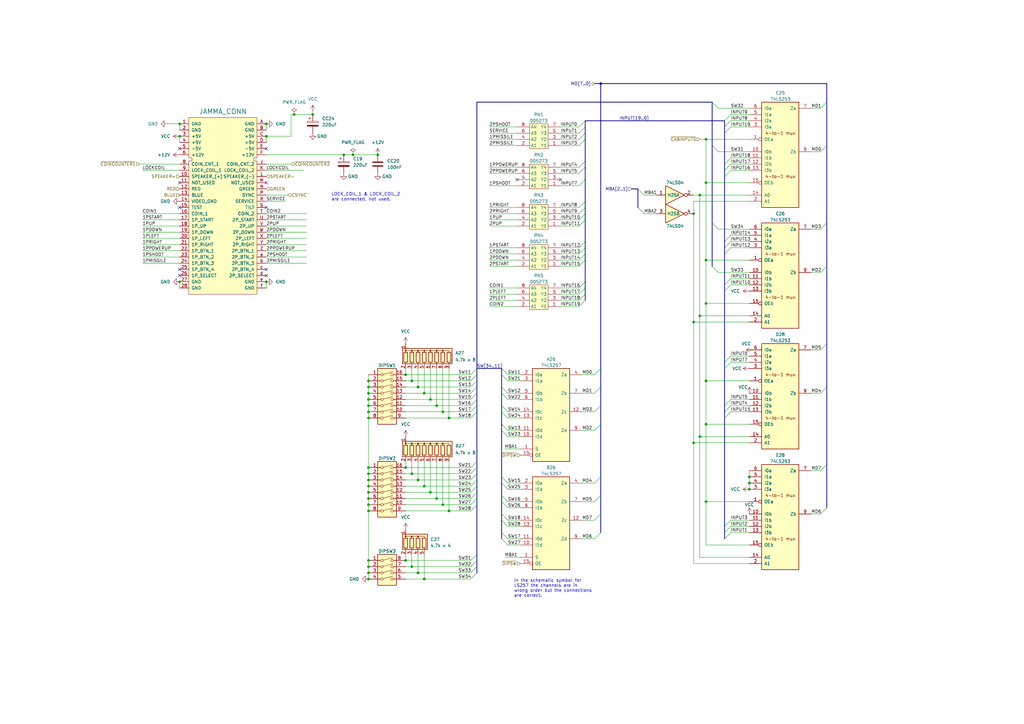
<source format=kicad_sch>
(kicad_sch (version 20230121) (generator eeschema)
  (paper "A3")
  (title_block (title "Gradius 3") (date "2024-04-11") (company "Konami GX945") (comment 1 "Ulf Skutnabba, twitter: @skutis77"))
  (junction (at 289.56 156.21))
  (junction (at 151.13 232.41))
  (junction (at 171.45 158.75))
  (junction (at 284.48 87.63))
  (junction (at 307.34 200.66))
  (junction (at 151.13 163.83))
  (junction (at 151.13 161.29))
  (junction (at 151.13 168.91))
  (junction (at 289.56 173.99))
  (junction (at 171.45 234.95))
  (junction (at 289.56 124.46))
  (junction (at 151.13 191.77))
  (junction (at 179.07 166.37))
  (junction (at 166.37 153.67))
  (junction (at 73.66 55.88))
  (junction (at 151.13 207.01))
  (junction (at 184.15 209.55))
  (junction (at 109.22 55.88))
  (junction (at 307.34 198.12))
  (junction (at 151.13 196.85))
  (junction (at 168.91 156.21))
  (junction (at 184.15 171.45))
  (junction (at 144.78 63.5))
  (junction (at 307.34 195.58))
  (junction (at 173.99 161.29))
  (junction (at 154.94 63.5))
  (junction (at 173.99 237.49))
  (junction (at 284.48 132.08))
  (junction (at 289.56 106.68))
  (junction (at 151.13 209.55))
  (junction (at 168.91 232.41))
  (junction (at 151.13 156.21))
  (junction (at 171.45 196.85))
  (junction (at 73.66 50.8))
  (junction (at 168.91 194.31))
  (junction (at 151.13 237.49))
  (junction (at 151.13 166.37))
  (junction (at 289.56 205.74))
  (junction (at 151.13 204.47))
  (junction (at 287.02 80.01))
  (junction (at 151.13 201.93))
  (junction (at 181.61 207.01))
  (junction (at 151.13 194.31))
  (junction (at 284.48 181.61))
  (junction (at 151.13 158.75))
  (junction (at 287.02 179.07))
  (junction (at 287.02 129.54))
  (junction (at 176.53 201.93))
  (junction (at 140.97 63.5))
  (junction (at 246.38 34.29))
  (junction (at 120.65 46.99))
  (junction (at 151.13 234.95))
  (junction (at 151.13 199.39))
  (junction (at 166.37 191.77))
  (junction (at 151.13 171.45))
  (junction (at 289.56 57.15))
  (junction (at 73.66 115.57))
  (junction (at 109.22 50.8))
  (junction (at 289.56 74.93))
  (junction (at 173.99 199.39))
  (junction (at 179.07 204.47))
  (junction (at 151.13 229.87))
  (junction (at 109.22 115.57))
  (junction (at 176.53 163.83))
  (junction (at 166.37 229.87))
  (junction (at 128.27 46.99))
  (junction (at 181.61 168.91))
  (no_connect (at 73.66 85.09))
  (no_connect (at 109.22 60.96))
  (no_connect (at 109.22 74.93))
  (no_connect (at 109.22 85.09))
  (no_connect (at 73.66 60.96))
  (no_connect (at 73.66 110.49))
  (no_connect (at 212.09 73.66))
  (no_connect (at 73.66 74.93))
  (no_connect (at 109.22 110.49))
  (no_connect (at 109.22 113.03))
  (no_connect (at 229.87 73.66))
  (no_connect (at 73.66 113.03))
  (bus_entry (at 237.49 57.15) (size 2.54 -2.54))
  (bus_entry (at 237.49 101.6) (size 2.54 -2.54))
  (bus_entry (at 205.74 168.91) (size 2.54 2.54))
  (bus_entry (at 237.49 92.71) (size 2.54 -2.54))
  (bus_entry (at 205.74 151.13) (size 2.54 2.54))
  (bus_entry (at 193.04 232.41) (size 2.54 -2.54))
  (bus_entry (at 297.18 215.9) (size 2.54 -2.54))
  (bus_entry (at 193.04 229.87) (size 2.54 -2.54))
  (bus_entry (at 297.18 72.39) (size 2.54 -2.54))
  (bus_entry (at 297.18 168.91) (size 2.54 -2.54))
  (bus_entry (at 193.04 161.29) (size 2.54 -2.54))
  (bus_entry (at 193.04 163.83) (size 2.54 -2.54))
  (bus_entry (at 336.55 210.82) (size 2.54 -2.54))
  (bus_entry (at 237.49 52.07) (size 2.54 -2.54))
  (bus_entry (at 193.04 201.93) (size 2.54 -2.54))
  (bus_entry (at 205.74 213.36) (size 2.54 2.54))
  (bus_entry (at 297.18 49.53) (size 2.54 -2.54))
  (bus_entry (at 292.1 109.22) (size 2.54 2.54))
  (bus_entry (at 297.18 151.13) (size 2.54 -2.54))
  (bus_entry (at 205.74 158.75) (size 2.54 2.54))
  (bus_entry (at 193.04 191.77) (size 2.54 -2.54))
  (bus_entry (at 205.74 198.12) (size 2.54 2.54))
  (bus_entry (at 205.74 203.2) (size 2.54 2.54))
  (bus_entry (at 237.49 125.73) (size 2.54 -2.54))
  (bus_entry (at 297.18 99.06) (size 2.54 -2.54))
  (bus_entry (at 292.1 41.91) (size 2.54 2.54))
  (bus_entry (at 205.74 205.74) (size 2.54 2.54))
  (bus_entry (at 297.18 166.37) (size 2.54 -2.54))
  (bus_entry (at 193.04 209.55) (size 2.54 -2.54))
  (bus_entry (at 297.18 171.45) (size 2.54 -2.54))
  (bus_entry (at 243.84 153.67) (size 2.54 -2.54))
  (bus_entry (at 243.84 220.98) (size 2.54 -2.54))
  (bus_entry (at 237.49 118.11) (size 2.54 -2.54))
  (bus_entry (at 243.84 176.53) (size 2.54 -2.54))
  (bus_entry (at 237.49 120.65) (size 2.54 -2.54))
  (bus_entry (at 237.49 90.17) (size 2.54 -2.54))
  (bus_entry (at 205.74 173.99) (size 2.54 2.54))
  (bus_entry (at 205.74 210.82) (size 2.54 2.54))
  (bus_entry (at 237.49 54.61) (size 2.54 -2.54))
  (bus_entry (at 297.18 104.14) (size 2.54 -2.54))
  (bus_entry (at 237.49 68.58) (size 2.54 -2.54))
  (bus_entry (at 237.49 59.69) (size 2.54 -2.54))
  (bus_entry (at 297.18 116.84) (size 2.54 -2.54))
  (bus_entry (at 205.74 153.67) (size 2.54 2.54))
  (bus_entry (at 193.04 171.45) (size 2.54 -2.54))
  (bus_entry (at 336.55 62.23) (size 2.54 -2.54))
  (bus_entry (at 193.04 153.67) (size 2.54 -2.54))
  (bus_entry (at 243.84 161.29) (size 2.54 -2.54))
  (bus_entry (at 193.04 158.75) (size 2.54 -2.54))
  (bus_entry (at 193.04 234.95) (size 2.54 -2.54))
  (bus_entry (at 193.04 204.47) (size 2.54 -2.54))
  (bus_entry (at 297.18 220.98) (size 2.54 -2.54))
  (bus_entry (at 336.55 44.45) (size 2.54 -2.54))
  (bus_entry (at 297.18 54.61) (size 2.54 -2.54))
  (bus_entry (at 237.49 106.68) (size 2.54 -2.54))
  (bus_entry (at 243.84 198.12) (size 2.54 -2.54))
  (bus_entry (at 297.18 69.85) (size 2.54 -2.54))
  (bus_entry (at 292.1 59.69) (size 2.54 2.54))
  (bus_entry (at 243.84 205.74) (size 2.54 -2.54))
  (bus_entry (at 237.49 71.12) (size 2.54 -2.54))
  (bus_entry (at 193.04 156.21) (size 2.54 -2.54))
  (bus_entry (at 336.55 193.04) (size 2.54 -2.54))
  (bus_entry (at 193.04 168.91) (size 2.54 -2.54))
  (bus_entry (at 237.49 123.19) (size 2.54 -2.54))
  (bus_entry (at 243.84 168.91) (size 2.54 -2.54))
  (bus_entry (at 297.18 148.59) (size 2.54 -2.54))
  (bus_entry (at 297.18 218.44) (size 2.54 -2.54))
  (bus_entry (at 336.55 143.51) (size 2.54 -2.54))
  (bus_entry (at 336.55 93.98) (size 2.54 -2.54))
  (bus_entry (at 297.18 119.38) (size 2.54 -2.54))
  (bus_entry (at 193.04 194.31) (size 2.54 -2.54))
  (bus_entry (at 261.62 85.09) (size 2.54 2.54))
  (bus_entry (at 237.49 104.14) (size 2.54 -2.54))
  (bus_entry (at 261.62 77.47) (size 2.54 2.54))
  (bus_entry (at 193.04 207.01) (size 2.54 -2.54))
  (bus_entry (at 297.18 67.31) (size 2.54 -2.54))
  (bus_entry (at 193.04 237.49) (size 2.54 -2.54))
  (bus_entry (at 292.1 91.44) (size 2.54 2.54))
  (bus_entry (at 243.84 213.36) (size 2.54 -2.54))
  (bus_entry (at 237.49 85.09) (size 2.54 -2.54))
  (bus_entry (at 205.74 161.29) (size 2.54 2.54))
  (bus_entry (at 205.74 220.98) (size 2.54 2.54))
  (bus_entry (at 205.74 195.58) (size 2.54 2.54))
  (bus_entry (at 336.55 161.29) (size 2.54 -2.54))
  (bus_entry (at 205.74 176.53) (size 2.54 2.54))
  (bus_entry (at 237.49 76.2) (size 2.54 -2.54))
  (bus_entry (at 205.74 166.37) (size 2.54 2.54))
  (bus_entry (at 237.49 87.63) (size 2.54 -2.54))
  (bus_entry (at 193.04 166.37) (size 2.54 -2.54))
  (bus_entry (at 237.49 109.22) (size 2.54 -2.54))
  (bus_entry (at 205.74 218.44) (size 2.54 2.54))
  (bus_entry (at 193.04 199.39) (size 2.54 -2.54))
  (bus_entry (at 193.04 196.85) (size 2.54 -2.54))
  (bus_entry (at 336.55 111.76) (size 2.54 -2.54))
  (bus_entry (at 297.18 101.6) (size 2.54 -2.54))
  (bus_entry (at 297.18 52.07) (size 2.54 -2.54))
  (wire (pts (xy 208.28 179.07) (xy 213.36 179.07)))
  (wire (pts (xy 166.37 189.23) (xy 166.37 191.77)))
  (wire (pts (xy 166.37 161.29) (xy 173.99 161.29)))
  (wire (pts (xy 208.28 198.12) (xy 213.36 198.12)))
  (wire (pts (xy 299.72 163.83) (xy 307.34 163.83)))
  (wire (pts (xy 299.72 114.3) (xy 307.34 114.3)))
  (wire (pts (xy 166.37 201.93) (xy 176.53 201.93)))
  (bus (pts (xy 339.09 59.69) (xy 339.09 91.44)))
  (bus (pts (xy 297.18 72.39) (xy 297.18 99.06)))
  (wire (pts (xy 229.87 125.73) (xy 237.49 125.73)))
  (wire (pts (xy 289.56 106.68) (xy 289.56 124.46)))
  (wire (pts (xy 208.28 215.9) (xy 213.36 215.9)))
  (wire (pts (xy 109.22 115.57) (xy 109.22 118.11)))
  (wire (pts (xy 289.56 156.21) (xy 307.34 156.21)))
  (wire (pts (xy 299.72 49.53) (xy 307.34 49.53)))
  (wire (pts (xy 200.66 123.19) (xy 212.09 123.19)))
  (wire (pts (xy 151.13 158.75) (xy 151.13 161.29)))
  (wire (pts (xy 299.72 213.36) (xy 307.34 213.36)))
  (bus (pts (xy 205.74 205.74) (xy 205.74 210.82)))
  (wire (pts (xy 289.56 106.68) (xy 307.34 106.68)))
  (wire (pts (xy 289.56 173.99) (xy 307.34 173.99)))
  (wire (pts (xy 173.99 237.49) (xy 193.04 237.49)))
  (wire (pts (xy 299.72 64.77) (xy 307.34 64.77)))
  (wire (pts (xy 73.66 50.8) (xy 73.66 53.34)))
  (wire (pts (xy 171.45 227.33) (xy 171.45 234.95)))
  (wire (pts (xy 332.74 161.29) (xy 336.55 161.29)))
  (wire (pts (xy 166.37 158.75) (xy 171.45 158.75)))
  (wire (pts (xy 58.42 92.71) (xy 73.66 92.71)))
  (wire (pts (xy 200.66 104.14) (xy 212.09 104.14)))
  (bus (pts (xy 297.18 171.45) (xy 297.18 215.9)))
  (wire (pts (xy 229.87 68.58) (xy 237.49 68.58)))
  (bus (pts (xy 240.03 73.66) (xy 240.03 82.55)))
  (bus (pts (xy 205.74 161.29) (xy 205.74 166.37)))
  (wire (pts (xy 332.74 210.82) (xy 336.55 210.82)))
  (wire (pts (xy 151.13 209.55) (xy 151.13 207.01)))
  (bus (pts (xy 240.03 57.15) (xy 240.03 66.04)))
  (wire (pts (xy 166.37 237.49) (xy 173.99 237.49)))
  (bus (pts (xy 246.38 195.58) (xy 246.38 173.99)))
  (wire (pts (xy 166.37 234.95) (xy 171.45 234.95)))
  (bus (pts (xy 195.58 229.87) (xy 195.58 227.33)))
  (wire (pts (xy 109.22 107.95) (xy 125.73 107.95)))
  (wire (pts (xy 173.99 199.39) (xy 193.04 199.39)))
  (wire (pts (xy 200.66 106.68) (xy 212.09 106.68)))
  (wire (pts (xy 109.22 63.5) (xy 140.97 63.5)))
  (wire (pts (xy 284.48 181.61) (xy 307.34 181.61)))
  (wire (pts (xy 299.72 116.84) (xy 307.34 116.84)))
  (wire (pts (xy 238.76 213.36) (xy 243.84 213.36)))
  (bus (pts (xy 297.18 151.13) (xy 297.18 166.37)))
  (wire (pts (xy 264.16 80.01) (xy 269.24 80.01)))
  (bus (pts (xy 246.38 218.44) (xy 246.38 210.82)))
  (wire (pts (xy 151.13 194.31) (xy 151.13 196.85)))
  (wire (pts (xy 299.72 52.07) (xy 307.34 52.07)))
  (wire (pts (xy 200.66 87.63) (xy 212.09 87.63)))
  (wire (pts (xy 166.37 196.85) (xy 171.45 196.85)))
  (wire (pts (xy 166.37 199.39) (xy 173.99 199.39)))
  (bus (pts (xy 246.38 203.2) (xy 246.38 195.58)))
  (wire (pts (xy 140.97 63.5) (xy 144.78 63.5)))
  (bus (pts (xy 205.74 176.53) (xy 205.74 195.58)))
  (wire (pts (xy 168.91 194.31) (xy 193.04 194.31)))
  (bus (pts (xy 205.74 153.67) (xy 205.74 158.75)))
  (bus (pts (xy 246.38 173.99) (xy 246.38 166.37)))
  (bus (pts (xy 195.58 41.91) (xy 195.58 151.13)))
  (wire (pts (xy 171.45 189.23) (xy 171.45 196.85)))
  (bus (pts (xy 246.38 158.75) (xy 246.38 151.13)))
  (wire (pts (xy 200.66 57.15) (xy 212.09 57.15)))
  (wire (pts (xy 166.37 229.87) (xy 193.04 229.87)))
  (wire (pts (xy 181.61 151.13) (xy 181.61 168.91)))
  (bus (pts (xy 240.03 99.06) (xy 240.03 101.6)))
  (wire (pts (xy 151.13 153.67) (xy 151.13 156.21)))
  (wire (pts (xy 229.87 71.12) (xy 237.49 71.12)))
  (wire (pts (xy 173.99 161.29) (xy 193.04 161.29)))
  (wire (pts (xy 332.74 111.76) (xy 336.55 111.76)))
  (wire (pts (xy 166.37 209.55) (xy 184.15 209.55)))
  (bus (pts (xy 240.03 104.14) (xy 240.03 106.68)))
  (wire (pts (xy 229.87 101.6) (xy 237.49 101.6)))
  (bus (pts (xy 205.74 203.2) (xy 205.74 205.74)))
  (wire (pts (xy 208.28 208.28) (xy 213.36 208.28)))
  (wire (pts (xy 299.72 69.85) (xy 307.34 69.85)))
  (wire (pts (xy 166.37 207.01) (xy 181.61 207.01)))
  (wire (pts (xy 109.22 50.8) (xy 109.22 53.34)))
  (wire (pts (xy 58.42 87.63) (xy 73.66 87.63)))
  (bus (pts (xy 297.18 52.07) (xy 297.18 54.61)))
  (wire (pts (xy 166.37 163.83) (xy 176.53 163.83)))
  (wire (pts (xy 284.48 132.08) (xy 284.48 181.61)))
  (bus (pts (xy 240.03 66.04) (xy 240.03 68.58)))
  (wire (pts (xy 151.13 209.55) (xy 151.13 229.87)))
  (wire (pts (xy 208.28 200.66) (xy 213.36 200.66)))
  (wire (pts (xy 229.87 92.71) (xy 237.49 92.71)))
  (wire (pts (xy 287.02 179.07) (xy 307.34 179.07)))
  (wire (pts (xy 200.66 90.17) (xy 212.09 90.17)))
  (bus (pts (xy 246.38 34.29) (xy 339.09 34.29)))
  (wire (pts (xy 332.74 193.04) (xy 336.55 193.04)))
  (bus (pts (xy 195.58 207.01) (xy 195.58 204.47)))
  (bus (pts (xy 297.18 54.61) (xy 297.18 67.31)))
  (wire (pts (xy 289.56 156.21) (xy 289.56 173.99)))
  (wire (pts (xy 307.34 195.58) (xy 307.34 198.12)))
  (bus (pts (xy 240.03 106.68) (xy 240.03 115.57)))
  (wire (pts (xy 173.99 189.23) (xy 173.99 199.39)))
  (wire (pts (xy 181.61 207.01) (xy 193.04 207.01)))
  (bus (pts (xy 297.18 168.91) (xy 297.18 171.45)))
  (wire (pts (xy 229.87 87.63) (xy 237.49 87.63)))
  (bus (pts (xy 297.18 101.6) (xy 297.18 104.14)))
  (wire (pts (xy 287.02 129.54) (xy 307.34 129.54)))
  (wire (pts (xy 179.07 166.37) (xy 193.04 166.37)))
  (wire (pts (xy 299.72 215.9) (xy 307.34 215.9)))
  (bus (pts (xy 339.09 91.44) (xy 339.09 109.22)))
  (bus (pts (xy 297.18 119.38) (xy 297.18 148.59)))
  (wire (pts (xy 299.72 99.06) (xy 307.34 99.06)))
  (wire (pts (xy 208.28 220.98) (xy 213.36 220.98)))
  (bus (pts (xy 195.58 166.37) (xy 195.58 163.83)))
  (wire (pts (xy 181.61 168.91) (xy 193.04 168.91)))
  (wire (pts (xy 207.01 228.6) (xy 213.36 228.6)))
  (wire (pts (xy 109.22 82.55) (xy 116.84 82.55)))
  (bus (pts (xy 205.74 166.37) (xy 205.74 168.91)))
  (wire (pts (xy 168.91 151.13) (xy 168.91 156.21)))
  (wire (pts (xy 176.53 189.23) (xy 176.53 201.93)))
  (bus (pts (xy 292.1 41.91) (xy 195.58 41.91)))
  (wire (pts (xy 166.37 153.67) (xy 193.04 153.67)))
  (wire (pts (xy 200.66 52.07) (xy 212.09 52.07)))
  (wire (pts (xy 151.13 166.37) (xy 151.13 168.91)))
  (bus (pts (xy 240.03 115.57) (xy 240.03 118.11)))
  (bus (pts (xy 205.74 173.99) (xy 205.74 176.53)))
  (wire (pts (xy 109.22 102.87) (xy 125.73 102.87)))
  (bus (pts (xy 205.74 151.13) (xy 205.74 153.67)))
  (wire (pts (xy 332.74 62.23) (xy 336.55 62.23)))
  (wire (pts (xy 168.91 232.41) (xy 193.04 232.41)))
  (bus (pts (xy 240.03 85.09) (xy 240.03 87.63)))
  (wire (pts (xy 287.02 80.01) (xy 287.02 129.54)))
  (wire (pts (xy 299.72 146.05) (xy 307.34 146.05)))
  (wire (pts (xy 207.01 184.15) (xy 213.36 184.15)))
  (wire (pts (xy 166.37 168.91) (xy 181.61 168.91)))
  (wire (pts (xy 109.22 95.25) (xy 125.73 95.25)))
  (wire (pts (xy 58.42 107.95) (xy 73.66 107.95)))
  (wire (pts (xy 289.56 74.93) (xy 289.56 57.15)))
  (wire (pts (xy 284.48 132.08) (xy 307.34 132.08)))
  (bus (pts (xy 240.03 120.65) (xy 240.03 123.19)))
  (wire (pts (xy 173.99 227.33) (xy 173.99 237.49)))
  (wire (pts (xy 229.87 57.15) (xy 237.49 57.15)))
  (wire (pts (xy 109.22 97.79) (xy 125.73 97.79)))
  (wire (pts (xy 208.28 156.21) (xy 213.36 156.21)))
  (wire (pts (xy 307.34 228.6) (xy 287.02 228.6)))
  (wire (pts (xy 168.91 227.33) (xy 168.91 232.41)))
  (bus (pts (xy 205.74 213.36) (xy 205.74 218.44)))
  (bus (pts (xy 240.03 52.07) (xy 240.03 54.61)))
  (wire (pts (xy 166.37 232.41) (xy 168.91 232.41)))
  (wire (pts (xy 171.45 151.13) (xy 171.45 158.75)))
  (bus (pts (xy 195.58 161.29) (xy 195.58 158.75)))
  (wire (pts (xy 151.13 161.29) (xy 151.13 163.83)))
  (bus (pts (xy 240.03 118.11) (xy 240.03 120.65)))
  (wire (pts (xy 166.37 229.87) (xy 166.37 227.33)))
  (wire (pts (xy 238.76 198.12) (xy 243.84 198.12)))
  (bus (pts (xy 297.18 67.31) (xy 297.18 69.85)))
  (wire (pts (xy 308.61 143.51) (xy 307.34 143.51)))
  (bus (pts (xy 195.58 232.41) (xy 195.58 229.87)))
  (bus (pts (xy 259.08 77.47) (xy 261.62 77.47)))
  (wire (pts (xy 229.87 123.19) (xy 237.49 123.19)))
  (wire (pts (xy 200.66 101.6) (xy 212.09 101.6)))
  (wire (pts (xy 119.38 55.88) (xy 109.22 55.88)))
  (wire (pts (xy 229.87 118.11) (xy 237.49 118.11)))
  (bus (pts (xy 240.03 90.17) (xy 240.03 99.06)))
  (wire (pts (xy 166.37 171.45) (xy 184.15 171.45)))
  (wire (pts (xy 166.37 156.21) (xy 168.91 156.21)))
  (bus (pts (xy 195.58 234.95) (xy 195.58 232.41)))
  (bus (pts (xy 240.03 54.61) (xy 240.03 57.15)))
  (wire (pts (xy 109.22 87.63) (xy 125.73 87.63)))
  (bus (pts (xy 240.03 49.53) (xy 297.18 49.53)))
  (wire (pts (xy 166.37 166.37) (xy 179.07 166.37)))
  (bus (pts (xy 297.18 69.85) (xy 297.18 72.39)))
  (bus (pts (xy 195.58 227.33) (xy 195.58 207.01)))
  (bus (pts (xy 297.18 104.14) (xy 297.18 116.84)))
  (wire (pts (xy 289.56 124.46) (xy 307.34 124.46)))
  (wire (pts (xy 179.07 189.23) (xy 179.07 204.47)))
  (wire (pts (xy 166.37 151.13) (xy 166.37 153.67)))
  (wire (pts (xy 151.13 171.45) (xy 151.13 191.77)))
  (bus (pts (xy 240.03 68.58) (xy 240.03 73.66)))
  (wire (pts (xy 208.28 168.91) (xy 213.36 168.91)))
  (wire (pts (xy 151.13 204.47) (xy 151.13 201.93)))
  (wire (pts (xy 176.53 201.93) (xy 193.04 201.93)))
  (wire (pts (xy 299.72 46.99) (xy 307.34 46.99)))
  (wire (pts (xy 200.66 54.61) (xy 212.09 54.61)))
  (wire (pts (xy 181.61 189.23) (xy 181.61 207.01)))
  (bus (pts (xy 195.58 201.93) (xy 195.58 199.39)))
  (bus (pts (xy 195.58 196.85) (xy 195.58 194.31)))
  (wire (pts (xy 238.76 168.91) (xy 243.84 168.91)))
  (bus (pts (xy 205.74 158.75) (xy 205.74 161.29)))
  (bus (pts (xy 297.18 215.9) (xy 297.18 218.44)))
  (wire (pts (xy 307.34 82.55) (xy 284.48 82.55)))
  (wire (pts (xy 151.13 163.83) (xy 151.13 166.37)))
  (wire (pts (xy 109.22 67.31) (xy 119.38 67.31)))
  (bus (pts (xy 297.18 99.06) (xy 297.18 101.6)))
  (wire (pts (xy 200.66 118.11) (xy 212.09 118.11)))
  (bus (pts (xy 195.58 151.13) (xy 195.58 153.67)))
  (wire (pts (xy 184.15 171.45) (xy 193.04 171.45)))
  (wire (pts (xy 176.53 163.83) (xy 193.04 163.83)))
  (wire (pts (xy 109.22 92.71) (xy 125.73 92.71)))
  (wire (pts (xy 151.13 191.77) (xy 151.13 194.31)))
  (wire (pts (xy 58.42 95.25) (xy 73.66 95.25)))
  (wire (pts (xy 166.37 194.31) (xy 168.91 194.31)))
  (wire (pts (xy 289.56 173.99) (xy 289.56 205.74)))
  (wire (pts (xy 229.87 52.07) (xy 237.49 52.07)))
  (bus (pts (xy 292.1 91.44) (xy 292.1 109.22)))
  (wire (pts (xy 284.48 80.01) (xy 287.02 80.01)))
  (bus (pts (xy 339.09 140.97) (xy 339.09 158.75)))
  (wire (pts (xy 299.72 168.91) (xy 307.34 168.91)))
  (bus (pts (xy 195.58 156.21) (xy 195.58 153.67)))
  (wire (pts (xy 284.48 82.55) (xy 284.48 87.63)))
  (wire (pts (xy 208.28 153.67) (xy 213.36 153.67)))
  (wire (pts (xy 171.45 196.85) (xy 193.04 196.85)))
  (wire (pts (xy 171.45 234.95) (xy 193.04 234.95)))
  (wire (pts (xy 289.56 124.46) (xy 289.56 156.21)))
  (bus (pts (xy 339.09 41.91) (xy 339.09 34.29)))
  (wire (pts (xy 229.87 59.69) (xy 237.49 59.69)))
  (bus (pts (xy 292.1 59.69) (xy 292.1 91.44)))
  (bus (pts (xy 195.58 199.39) (xy 195.58 196.85)))
  (wire (pts (xy 151.13 237.49) (xy 151.13 234.95)))
  (wire (pts (xy 307.34 223.52) (xy 289.56 223.52)))
  (bus (pts (xy 339.09 109.22) (xy 339.09 140.97)))
  (wire (pts (xy 58.42 105.41) (xy 73.66 105.41)))
  (bus (pts (xy 297.18 116.84) (xy 297.18 119.38)))
  (bus (pts (xy 205.74 195.58) (xy 205.74 198.12)))
  (wire (pts (xy 200.66 125.73) (xy 212.09 125.73)))
  (wire (pts (xy 238.76 161.29) (xy 243.84 161.29)))
  (wire (pts (xy 200.66 59.69) (xy 212.09 59.69)))
  (wire (pts (xy 168.91 189.23) (xy 168.91 194.31)))
  (bus (pts (xy 195.58 158.75) (xy 195.58 156.21)))
  (wire (pts (xy 151.13 234.95) (xy 151.13 232.41)))
  (wire (pts (xy 179.07 204.47) (xy 193.04 204.47)))
  (wire (pts (xy 264.16 87.63) (xy 269.24 87.63)))
  (wire (pts (xy 238.76 205.74) (xy 243.84 205.74)))
  (wire (pts (xy 109.22 100.33) (xy 125.73 100.33)))
  (wire (pts (xy 166.37 204.47) (xy 179.07 204.47)))
  (wire (pts (xy 119.38 46.99) (xy 119.38 55.88)))
  (bus (pts (xy 297.18 166.37) (xy 297.18 168.91)))
  (wire (pts (xy 171.45 158.75) (xy 193.04 158.75)))
  (bus (pts (xy 297.18 148.59) (xy 297.18 151.13)))
  (wire (pts (xy 73.66 55.88) (xy 73.66 58.42)))
  (wire (pts (xy 144.78 63.5) (xy 154.94 63.5)))
  (bus (pts (xy 339.09 41.91) (xy 339.09 59.69)))
  (wire (pts (xy 208.28 171.45) (xy 213.36 171.45)))
  (wire (pts (xy 284.48 87.63) (xy 284.48 132.08)))
  (wire (pts (xy 332.74 44.45) (xy 336.55 44.45)))
  (wire (pts (xy 151.13 196.85) (xy 151.13 199.39)))
  (wire (pts (xy 289.56 74.93) (xy 289.56 106.68)))
  (bus (pts (xy 195.58 151.13) (xy 205.74 151.13)))
  (wire (pts (xy 208.28 205.74) (xy 213.36 205.74)))
  (wire (pts (xy 299.72 148.59) (xy 307.34 148.59)))
  (wire (pts (xy 299.72 218.44) (xy 307.34 218.44)))
  (wire (pts (xy 238.76 220.98) (xy 243.84 220.98)))
  (wire (pts (xy 58.42 69.85) (xy 73.66 69.85)))
  (wire (pts (xy 294.64 111.76) (xy 307.34 111.76)))
  (wire (pts (xy 299.72 67.31) (xy 307.34 67.31)))
  (wire (pts (xy 289.56 57.15) (xy 307.34 57.15)))
  (bus (pts (xy 240.03 87.63) (xy 240.03 90.17)))
  (bus (pts (xy 195.58 191.77) (xy 195.58 189.23)))
  (wire (pts (xy 200.66 120.65) (xy 212.09 120.65)))
  (wire (pts (xy 289.56 205.74) (xy 289.56 223.52)))
  (wire (pts (xy 200.66 76.2) (xy 212.09 76.2)))
  (wire (pts (xy 294.64 62.23) (xy 307.34 62.23)))
  (bus (pts (xy 339.09 190.5) (xy 339.09 208.28)))
  (wire (pts (xy 287.02 129.54) (xy 287.02 179.07)))
  (wire (pts (xy 128.27 46.99) (xy 120.65 46.99)))
  (wire (pts (xy 299.72 166.37) (xy 307.34 166.37)))
  (wire (pts (xy 208.28 163.83) (xy 213.36 163.83)))
  (bus (pts (xy 195.58 194.31) (xy 195.58 191.77)))
  (wire (pts (xy 109.22 80.01) (xy 118.11 80.01)))
  (wire (pts (xy 332.74 143.51) (xy 336.55 143.51)))
  (bus (pts (xy 205.74 168.91) (xy 205.74 173.99)))
  (bus (pts (xy 240.03 82.55) (xy 240.03 85.09)))
  (bus (pts (xy 246.38 166.37) (xy 246.38 158.75)))
  (bus (pts (xy 292.1 41.91) (xy 292.1 59.69)))
  (wire (pts (xy 128.27 45.72) (xy 128.27 46.99)))
  (wire (pts (xy 299.72 101.6) (xy 307.34 101.6)))
  (wire (pts (xy 166.37 191.77) (xy 193.04 191.77)))
  (wire (pts (xy 151.13 199.39) (xy 151.13 201.93)))
  (bus (pts (xy 205.74 210.82) (xy 205.74 213.36)))
  (wire (pts (xy 287.02 179.07) (xy 287.02 228.6)))
  (wire (pts (xy 307.34 198.12) (xy 307.34 200.66)))
  (wire (pts (xy 200.66 109.22) (xy 212.09 109.22)))
  (wire (pts (xy 68.58 50.8) (xy 73.66 50.8)))
  (bus (pts (xy 195.58 163.83) (xy 195.58 161.29)))
  (wire (pts (xy 294.64 44.45) (xy 307.34 44.45)))
  (bus (pts (xy 195.58 189.23) (xy 195.58 168.91)))
  (wire (pts (xy 208.28 176.53) (xy 213.36 176.53)))
  (wire (pts (xy 294.64 93.98) (xy 307.34 93.98)))
  (wire (pts (xy 284.48 231.14) (xy 307.34 231.14)))
  (wire (pts (xy 168.91 156.21) (xy 193.04 156.21)))
  (wire (pts (xy 184.15 189.23) (xy 184.15 209.55)))
  (wire (pts (xy 229.87 120.65) (xy 237.49 120.65)))
  (bus (pts (xy 240.03 49.53) (xy 240.03 52.07)))
  (wire (pts (xy 208.28 223.52) (xy 213.36 223.52)))
  (wire (pts (xy 332.74 93.98) (xy 336.55 93.98)))
  (wire (pts (xy 229.87 104.14) (xy 237.49 104.14)))
  (wire (pts (xy 229.87 76.2) (xy 237.49 76.2)))
  (wire (pts (xy 287.02 80.01) (xy 307.34 80.01)))
  (wire (pts (xy 184.15 209.55) (xy 193.04 209.55)))
  (wire (pts (xy 208.28 213.36) (xy 213.36 213.36)))
  (wire (pts (xy 109.22 69.85) (xy 124.46 69.85)))
  (wire (pts (xy 238.76 153.67) (xy 243.84 153.67)))
  (bus (pts (xy 195.58 168.91) (xy 195.58 166.37)))
  (wire (pts (xy 151.13 232.41) (xy 151.13 229.87)))
  (bus (pts (xy 246.38 34.29) (xy 246.38 151.13)))
  (bus (pts (xy 246.38 210.82) (xy 246.38 203.2)))
  (wire (pts (xy 58.42 100.33) (xy 73.66 100.33)))
  (wire (pts (xy 151.13 204.47) (xy 151.13 207.01)))
  (wire (pts (xy 238.76 176.53) (xy 243.84 176.53)))
  (wire (pts (xy 176.53 151.13) (xy 176.53 163.83)))
  (wire (pts (xy 58.42 97.79) (xy 73.66 97.79)))
  (wire (pts (xy 287.02 57.15) (xy 289.56 57.15)))
  (wire (pts (xy 289.56 74.93) (xy 307.34 74.93)))
  (wire (pts (xy 57.15 67.31) (xy 73.66 67.31)))
  (bus (pts (xy 297.18 218.44) (xy 297.18 220.98)))
  (bus (pts (xy 195.58 204.47) (xy 195.58 201.93)))
  (wire (pts (xy 284.48 181.61) (xy 284.48 231.14)))
  (bus (pts (xy 205.74 218.44) (xy 205.74 220.98)))
  (wire (pts (xy 307.34 193.04) (xy 307.34 195.58)))
  (wire (pts (xy 229.87 85.09) (xy 237.49 85.09)))
  (bus (pts (xy 243.84 34.29) (xy 246.38 34.29)))
  (wire (pts (xy 120.65 46.99) (xy 119.38 46.99)))
  (wire (pts (xy 109.22 90.17) (xy 125.73 90.17)))
  (wire (pts (xy 229.87 109.22) (xy 237.49 109.22)))
  (wire (pts (xy 179.07 151.13) (xy 179.07 166.37)))
  (bus (pts (xy 205.74 198.12) (xy 205.74 203.2)))
  (wire (pts (xy 73.66 115.57) (xy 73.66 118.11)))
  (wire (pts (xy 109.22 105.41) (xy 125.73 105.41)))
  (wire (pts (xy 58.42 90.17) (xy 73.66 90.17)))
  (bus (pts (xy 297.18 49.53) (xy 297.18 52.07)))
  (wire (pts (xy 151.13 156.21) (xy 151.13 158.75)))
  (wire (pts (xy 229.87 106.68) (xy 237.49 106.68)))
  (wire (pts (xy 200.66 92.71) (xy 212.09 92.71)))
  (wire (pts (xy 208.28 161.29) (xy 213.36 161.29)))
  (wire (pts (xy 229.87 54.61) (xy 237.49 54.61)))
  (wire (pts (xy 200.66 85.09) (xy 212.09 85.09)))
  (wire (pts (xy 109.22 55.88) (xy 109.22 58.42)))
  (wire (pts (xy 289.56 205.74) (xy 307.34 205.74)))
  (wire (pts (xy 173.99 151.13) (xy 173.99 161.29)))
  (wire (pts (xy 229.87 90.17) (xy 237.49 90.17)))
  (wire (pts (xy 58.42 102.87) (xy 73.66 102.87)))
  (wire (pts (xy 200.66 68.58) (xy 212.09 68.58)))
  (bus (pts (xy 339.09 158.75) (xy 339.09 190.5)))
  (wire (pts (xy 299.72 96.52) (xy 307.34 96.52)))
  (wire (pts (xy 151.13 168.91) (xy 151.13 171.45)))
  (bus (pts (xy 240.03 101.6) (xy 240.03 104.14)))
  (wire (pts (xy 200.66 71.12) (xy 212.09 71.12)))
  (bus (pts (xy 261.62 85.09) (xy 261.62 77.47)))
  (wire (pts (xy 184.15 151.13) (xy 184.15 171.45)))
  (text "In the schematic symbol for\nLS257 the channels are in\nwrong order but the connections\nare correct." (at 210.82 245.11 0) (effects (font (size 1.27 1.27)) (justify left bottom)))
  (text "LOCK_COIL_1 & LOCK_COIL_2\nare connected, not used." (at 135.89 82.55 0) (effects (font (size 1.27 1.27)) (justify left bottom)))
  (label "2PMISSILE" (at 109.22 107.95 0))
  (label "SW15" (at 208.28 198.12 0))
  (label "SW27" (at 187.96 207.01 0))
  (label "INPUT3" (at 229.87 59.69 0))
  (label "2PRIGHT" (at 109.22 100.33 0))
  (label "MD3" (at 238.76 168.91 0))
  (label "SW31" (at 187.96 229.87 0))
  (label "INPUT19" (at 299.72 52.07 0))
  (label "1PSHOOT" (at 200.66 76.2 0))
  (label "1PSTART" (at 58.42 90.17 0))
  (label "2PUP" (at 109.22 92.71 0))
  (label "MD7" (at 238.76 213.36 0))
  (label "MD2" (at 332.74 111.76 0))
  (label "INPUT13" (at 229.87 104.14 0))
  (label "INPUT8" (at 299.72 49.53 0))
  (label "INPUT1" (at 229.87 54.61 0))
  (label "LOCKCOIL" (at 58.42 69.85 0))
  (label "SW23" (at 187.96 196.85 0))
  (label "SW21" (at 208.28 156.21 0))
  (label "INPUT5" (at 229.87 71.12 0))
  (label "1PLEFT" (at 58.42 97.79 0))
  (label "INPUT9" (at 299.72 46.99 0))
  (label "SW16" (at 187.96 166.37 0))
  (label "1PPOWERUP" (at 200.66 68.58 0))
  (label "MD5" (at 238.76 205.74 0))
  (label "SW15" (at 187.96 163.83 0))
  (label "2PPOWERUP" (at 200.66 71.12 0))
  (label "INPUT11" (at 229.87 92.71 0))
  (label "1PUP" (at 58.42 92.71 0))
  (label "MBA1" (at 264.16 80.01 0))
  (label "SW14" (at 187.96 161.29 0))
  (label "SW27" (at 208.28 223.52 0))
  (label "LOCKCOIL" (at 109.22 69.85 0))
  (label "SW22" (at 187.96 194.31 0))
  (label "INPUT17" (at 229.87 120.65 0))
  (label "SW32" (at 299.72 44.45 0))
  (label "MD1" (at 332.74 44.45 0))
  (label "1PLEFT" (at 200.66 120.65 0))
  (label "INPUT3" (at 299.72 213.36 0))
  (label "2PUP" (at 200.66 92.71 0))
  (label "INPUT0" (at 299.72 146.05 0))
  (label "2PDOWN" (at 200.66 106.68 0))
  (label "SW23" (at 208.28 179.07 0))
  (label "INPUT4" (at 299.72 166.37 0))
  (label "SW17" (at 187.96 168.91 0))
  (label "SW17" (at 208.28 220.98 0))
  (label "SW24" (at 187.96 199.39 0))
  (label "SW11" (at 187.96 153.67 0))
  (label "INPUT4" (at 229.87 68.58 0))
  (label "1PSHOOT" (at 58.42 105.41 0))
  (label "COIN1" (at 58.42 87.63 0))
  (label "INPUT16" (at 229.87 118.11 0))
  (label "INPUT19" (at 229.87 125.73 0))
  (label "1PPOWERUP" (at 58.42 102.87 0))
  (label "1PMISSILE" (at 58.42 107.95 0))
  (label "SW25" (at 208.28 200.66 0))
  (label "INPUT16" (at 299.72 69.85 0))
  (label "INPUT8" (at 229.87 85.09 0))
  (label "2PSTART" (at 109.22 90.17 0))
  (label "MBA2" (at 264.16 87.63 0))
  (label "MD5" (at 332.74 143.51 0))
  (label "MD3" (at 332.74 93.98 0))
  (label "INPUT1" (at 299.72 218.44 0))
  (label "INPUT2" (at 229.87 57.15 0))
  (label "INPUT14" (at 229.87 106.68 0))
  (label "COIN2" (at 109.22 87.63 0))
  (label "INPUT7" (at 299.72 148.59 0))
  (label "SW33" (at 299.72 111.76 0))
  (label "SW28" (at 187.96 209.55 0))
  (label "MD4" (at 332.74 161.29 0))
  (label "INPUT[19..0]" (at 254 49.53 0))
  (label "INPUT2" (at 299.72 215.9 0))
  (label "MBA1" (at 207.01 184.15 0))
  (label "INPUT9" (at 229.87 87.63 0))
  (label "SW32" (at 187.96 232.41 0))
  (label "INPUT18" (at 229.87 123.19 0))
  (label "INPUT18" (at 299.72 64.77 0))
  (label "INPUT13" (at 299.72 99.06 0))
  (label "SW33" (at 187.96 234.95 0))
  (label "MD0" (at 238.76 153.67 0))
  (label "INPUT0" (at 229.87 52.07 0))
  (label "2PPOWERUP" (at 109.22 102.87 0))
  (label "2PSHOOT" (at 109.22 105.41 0))
  (label "1PRIGHT" (at 200.66 85.09 0))
  (label "INPUT14" (at 299.72 96.52 0))
  (label "SERVICE" (at 109.22 82.55 0))
  (label "MD1" (at 238.76 161.29 0))
  (label "SW31" (at 299.72 62.23 0))
  (label "INPUT15" (at 229.87 109.22 0))
  (label "2PSTART" (at 200.66 109.22 0))
  (label "SERVICE" (at 200.66 54.61 0))
  (label "SW[34..11]" (at 195.58 151.13 0))
  (label "MD7" (at 332.74 193.04 0))
  (label "2PLEFT" (at 200.66 123.19 0))
  (label "SW16" (at 208.28 205.74 0))
  (label "MD0" (at 332.74 62.23 0))
  (label "MD6" (at 332.74 210.82 0))
  (label "SW12" (at 187.96 156.21 0))
  (label "1PUP" (at 200.66 90.17 0))
  (label "INPUT15" (at 299.72 168.91 0))
  (label "SW21" (at 187.96 191.77 0))
  (label "INPUT7" (at 229.87 76.2 0))
  (label "SW14" (at 208.28 168.91 0))
  (label "INPUT10" (at 299.72 116.84 0))
  (label "MBA1" (at 207.01 228.6 0))
  (label "INPUT12" (at 229.87 101.6 0))
  (label "INPUT10" (at 229.87 90.17 0))
  (label "INPUT11" (at 299.72 114.3 0))
  (label "SW26" (at 187.96 204.47 0))
  (label "INPUT12" (at 299.72 101.6 0))
  (label "2PSHOOT" (at 200.66 52.07 0))
  (label "1PRIGHT" (at 58.42 100.33 0))
  (label "SW22" (at 208.28 163.83 0))
  (label "COIN2" (at 200.66 125.73 0))
  (label "COIN1" (at 200.66 118.11 0))
  (label "SW34" (at 187.96 237.49 0))
  (label "INPUT17" (at 299.72 67.31 0))
  (label "SW11" (at 208.28 153.67 0))
  (label "1PDOWN" (at 58.42 95.25 0))
  (label "SW24" (at 208.28 171.45 0))
  (label "1PDOWN" (at 200.66 104.14 0))
  (label "SW18" (at 187.96 171.45 0))
  (label "SW28" (at 208.28 215.9 0))
  (label "SW18" (at 208.28 213.36 0))
  (label "MD2" (at 238.76 176.53 0))
  (label "2PLEFT" (at 109.22 97.79 0))
  (label "1PMISSILE" (at 200.66 57.15 0))
  (label "SW26" (at 208.28 208.28 0))
  (label "1PSTART" (at 200.66 101.6 0))
  (label "MD6" (at 238.76 220.98 0))
  (label "2PDOWN" (at 109.22 95.25 0))
  (label "INPUT5" (at 299.72 163.83 0))
  (label "SW13" (at 208.28 176.53 0))
  (label "2PMISSILE" (at 200.66 59.69 0))
  (label "SW25" (at 187.96 201.93 0))
  (label "SW12" (at 208.28 161.29 0))
  (label "SW34" (at 299.72 93.98 0))
  (label "2PRIGHT" (at 200.66 87.63 0))
  (label "SW13" (at 187.96 158.75 0))
  (label "MD4" (at 238.76 198.12 0))
  (hierarchical_label "~{COINCOUNTER2}" (shape input) (at 119.38 67.31 0))
  (hierarchical_label "CSYNC''" (shape input) (at 118.11 80.01 0))
  (hierarchical_label "GREEN" (shape input) (at 109.22 77.47 0))
  (hierarchical_label "SPEAKER-" (shape input) (at 109.22 72.39 0))
  (hierarchical_label "MBA[2..1]" (shape input) (at 259.08 77.47 180))
  (hierarchical_label "~{DIPSW}" (shape input) (at 213.36 231.14 180))
  (hierarchical_label "SPEAKER+" (shape input) (at 73.66 72.39 180))
  (hierarchical_label "RED" (shape input) (at 73.66 77.47 180))
  (hierarchical_label "~{CABINPUTS}" (shape input) (at 287.02 57.15 180))
  (hierarchical_label "~{COINCOUNTER1}" (shape input) (at 57.15 67.31 180))
  (hierarchical_label "MD[7..0]" (shape bidirectional) (at 243.84 34.29 180))
  (hierarchical_label "BLUE" (shape input) (at 73.66 80.01 180))
  (hierarchical_label "~{DIPSW}" (shape input) (at 213.36 186.69 180))
  (symbol (lib_id "power:VCC") (at 73.66 55.88 90) (unit 1)
    (property "Reference" "#PWR0228" (effects hide))
    (property "Value" "VCC" (at 69.85 55.88 90) (effects (justify left)))
  )
  (symbol (lib_id "jt74:74LS257") (at 226.06 168.91 0) (unit 1)
    (property "Reference" "A26" (at 226.06 147.32 0))
    (property "Value" "74LS257" (at 226.06 149.86 0))
    (property "Datasheet" "https://www.alldatasheet.com/view.jsp?Searchword=74ls257%20datasheet&gclid=Cj0KCQiA3eGfBhCeARIsACpJNU-kUMLua0E2pvumk71ERiGV7USA82I7nAyd0KyVBNZdXHEZ1zQ9oIQaAmxLEALw_wcB" (effects hide))
  )
  (symbol (lib_id "power:+12V") (at 154.94 63.5 0) (unit 1)
    (property "Reference" "#PWR0245" (effects hide))
    (property "Value" "+12V" (at 154.94 58.42 0))
  )
  (symbol (lib_id "jt74:74LS257") (at 226.06 213.36 0) (unit 1)
    (property "Reference" "B26" (at 226.06 191.77 0))
    (property "Value" "74LS257" (at 226.06 194.31 0))
    (property "Datasheet" "https://www.alldatasheet.com/view.jsp?Searchword=74ls257%20datasheet&gclid=Cj0KCQiA3eGfBhCeARIsACpJNU-kUMLua0E2pvumk71ERiGV7USA82I7nAyd0KyVBNZdXHEZ1zQ9oIQaAmxLEALw_wcB" (effects hide))
  )
  (symbol (lib_id "power:GND") (at 140.97 71.12 0) (unit 1)
    (property "Reference" "#PWR0244" (effects hide))
    (property "Value" "GND" (at 144.78 72.39 0))
  )
  (symbol (lib_id "power:+12V") (at 73.66 63.5 90) (unit 1)
    (property "Reference" "#PWR0229" (effects hide))
    (property "Value" "+12V" (at 69.85 63.5 90) (effects (justify left)))
  )
  (symbol (lib_id "jt74:74LS04") (at 276.86 87.63 0) (unit 2)
    (property "Reference" "H25" (at 276.225 87.63 0))
    (property "Value" "74LS04" (at 276.86 92.71 0))
    (property "Datasheet" "http://www.ti.com/lit/gpn/sn74LS04" (effects hide))
  )
  (symbol (lib_id "power:GND") (at 73.66 82.55 270) (mirror x) (unit 1)
    (property "Reference" "#PWR0230" (effects hide))
    (property "Value" "GND" (at 69.85 82.55 90) (effects (justify right)))
  )
  (symbol (lib_id "Switch:SW_DIP_x08") (at 158.75 201.93 0) (unit 1)
    (property "Reference" "DIPSW2" (at 158.75 187.96 0))
    (property "Value" "SW_DIP_x08" (effects hide))
  )
  (symbol (lib_id "power:VCC") (at 307.34 119.38 90) (unit 1)
    (property "Reference" "#PWR0247" (effects hide))
    (property "Value" "VCC" (at 303.53 119.38 90) (effects (justify left)))
  )
  (symbol (lib_id "konami:005273") (at 220.98 88.9 0) (unit 1)
    (property "Reference" "RN3" (at 220.98 80.01 0))
    (property "Value" "005273" (at 220.98 82.55 0))
  )
  (symbol (lib_id "arcade:JAMMA_CONN") (at 77.47 48.26 0) (unit 1)
    (property "Reference" "JAMMA1" (effects hide))
    (property "Value" "JAMMA_CONN" (at 91.44 45.72 0) (effects (font (size 2.0066 2.0066))))
    (property "Footprint" "skutis:JAMMA-56" (effects hide))
  )
  (symbol (lib_id "jt74:74LS253") (at 320.04 161.29 0) (unit 1)
    (property "Reference" "D28" (at 320.04 137.16 0))
    (property "Value" "74LS253" (at 320.04 139.7 0))
    (property "Datasheet" "http://www.ti.com/lit/gpn/sn74LS253" (effects hide))
  )
  (symbol (lib_id "Device:C_Polarized") (at 128.27 50.8 0) (unit 1)
    (property "Reference" "CC24" (at 132.08 48.641 0) (effects (justify left)))
    (property "Value" "220uF" (at 132.08 51.181 0) (effects (justify left)))
  )
  (symbol (lib_id "power:VCC") (at 166.37 217.17 0) (unit 1)
    (property "Reference" "#PWR0235" (effects hide))
    (property "Value" "VCC" (at 166.37 212.09 0))
  )
  (symbol (lib_id "power:VCC") (at 128.27 45.72 0) (unit 1)
    (property "Reference" "#PWR0242" (effects hide))
    (property "Value" "VCC" (at 128.27 40.64 0))
  )
  (symbol (lib_id "jt74:74LS04") (at 276.86 80.01 0) (unit 1)
    (property "Reference" "H25" (at 276.225 80.01 0))
    (property "Value" "74LS04" (at 276.86 74.93 0))
    (property "Datasheet" "http://www.ti.com/lit/gpn/sn74LS04" (effects hide))
  )
  (symbol (lib_id "power:VCC") (at 307.34 210.82 0) (unit 1)
    (property "Reference" "#PWR0251" (effects hide))
    (property "Value" "VCC" (at 307.34 207.01 0))
  )
  (symbol (lib_id "power:GND") (at 151.13 237.49 270) (unit 1)
    (property "Reference" "#PWR0232" (effects hide))
    (property "Value" "GND" (at 147.32 237.49 90) (effects (justify right)))
  )
  (symbol (lib_id "power:GND") (at 109.22 50.8 90) (unit 1)
    (property "Reference" "#PWR0240" (effects hide))
    (property "Value" "GND" (at 113.03 50.8 90) (effects (justify right)))
  )
  (symbol (lib_id "Device:C_Polarized") (at 140.97 67.31 0) (unit 1)
    (property "Reference" "C19" (at 144.78 65.151 0) (effects (justify left)))
    (property "Value" "220uF" (at 144.78 67.691 0) (effects (justify left)))
  )
  (symbol (lib_id "power:VCC") (at 166.37 140.97 0) (unit 1)
    (property "Reference" "#PWR0233" (effects hide))
    (property "Value" "VCC" (at 166.37 135.89 0))
  )
  (symbol (lib_id "konami:005273") (at 220.98 72.39 0) (unit 1)
    (property "Reference" "RN2" (at 220.98 63.5 0))
    (property "Value" "005273" (at 220.98 66.04 0))
  )
  (symbol (lib_id "power:VCC") (at 308.61 143.51 90) (unit 1)
    (property "Reference" "#PWR0252" (effects hide))
    (property "Value" "VCC" (at 306.07 140.97 90))
  )
  (symbol (lib_id "jt74:74LS253") (at 320.04 210.82 0) (unit 1)
    (property "Reference" "E28" (at 320.04 186.69 0))
    (property "Value" "74LS253" (at 320.04 189.23 0))
    (property "Datasheet" "http://www.ti.com/lit/gpn/sn74LS253" (effects hide))
  )
  (symbol (lib_id "konami:005273") (at 220.98 121.92 0) (unit 1)
    (property "Reference" "RN5" (at 220.98 113.03 0))
    (property "Value" "005273" (at 220.98 115.57 0))
  )
  (symbol (lib_id "jt74:74LS253") (at 320.04 111.76 0) (unit 1)
    (property "Reference" "C26" (at 320.04 87.63 0))
    (property "Value" "74LS253" (at 320.04 90.17 0))
    (property "Datasheet" "http://www.ti.com/lit/gpn/sn74LS253" (effects hide))
  )
  (symbol (lib_id "power:GND") (at 128.27 54.61 0) (unit 1)
    (property "Reference" "#PWR0243" (effects hide))
    (property "Value" "GND" (at 132.08 55.88 0))
  )
  (symbol (lib_id "Device:C") (at 154.94 67.31 0) (unit 1)
    (property "Reference" "CC20" (at 158.75 66.04 0) (effects (justify left)))
    (property "Value" "100nF" (at 158.75 68.58 0) (effects (justify left)))
  )
  (symbol (lib_id "Switch:SW_DIP_x08") (at 158.75 163.83 0) (unit 1)
    (property "Reference" "DIPSW1" (at 158.75 149.86 0))
    (property "Value" "SW_DIP_x08" (effects hide))
  )
  (symbol (lib_id "Device:R_Network08") (at 176.53 146.05 0) (unit 1)
    (property "Reference" "A27" (at 186.69 144.78 0) (effects (justify left)))
    (property "Value" "4.7k x 8" (at 186.69 147.574 0) (effects (justify left)))
    (property "Footprint" "Resistor_THT:R_Array_SIP9" (effects hide))
    (property "Datasheet" "http://www.vishay.com/docs/31509/csc.pdf" (effects hide))
  )
  (symbol (lib_id "power:PWR_FLAG") (at 144.78 63.5 0) (unit 1)
    (property "Reference" "#FLG02" (effects hide))
    (property "Value" "PWR_FLAG" (at 144.78 58.42 0))
  )
  (symbol (lib_id "konami:005273") (at 220.98 105.41 0) (unit 1)
    (property "Reference" "RN4" (at 220.98 96.52 0))
    (property "Value" "005273" (at 220.98 99.06 0))
  )
  (symbol (lib_id "power:VCC") (at 307.34 161.29 0) (unit 1)
    (property "Reference" "#PWR0249" (effects hide))
    (property "Value" "VCC" (at 304.8 158.75 0))
  )
  (symbol (lib_id "power:GND") (at 109.22 115.57 90) (unit 1)
    (property "Reference" "#PWR0241" (effects hide))
    (property "Value" "GND" (at 113.03 115.57 90) (effects (justify right)))
  )
  (symbol (lib_id "konami:005273") (at 220.98 55.88 0) (unit 1)
    (property "Reference" "RN1" (at 220.98 46.99 0))
    (property "Value" "005273" (at 220.98 49.53 0))
  )
  (symbol (lib_id "Device:R_Network04") (at 171.45 222.25 0) (unit 1)
    (property "Reference" "C27" (at 176.53 221.234 0) (effects (justify left)))
    (property "Value" "4.7k x 4" (at 176.53 223.774 0) (effects (justify left)))
    (property "Footprint" "Resistor_THT:R_Array_SIP5" (effects hide))
    (property "Datasheet" "http://www.vishay.com/docs/31509/csc.pdf" (effects hide))
  )
  (symbol (lib_id "power:VCC") (at 166.37 179.07 0) (unit 1)
    (property "Reference" "#PWR0234" (effects hide))
    (property "Value" "VCC" (at 166.37 173.99 0))
  )
  (symbol (lib_id "Switch:SW_DIP_x04") (at 158.75 234.95 0) (unit 1)
    (property "Reference" "DIPSW3" (at 158.75 226.06 0))
    (property "Value" "SW_DIP_x04" (effects hide))
  )
  (symbol (lib_id "jt74:74LS253") (at 320.04 62.23 0) (unit 1)
    (property "Reference" "C25" (at 320.04 38.1 0))
    (property "Value" "74LS253" (at 320.04 40.64 0))
    (property "Datasheet" "http://www.ti.com/lit/gpn/sn74LS253" (effects hide))
  )
  (symbol (lib_id "power:GND") (at 68.58 50.8 270) (mirror x) (unit 1)
    (property "Reference" "#PWR0227" (effects hide))
    (property "Value" "GND" (at 64.77 50.8 90) (effects (justify right)))
  )
  (symbol (lib_id "Device:R_Network08") (at 176.53 184.15 0) (unit 1)
    (property "Reference" "B27" (at 186.69 182.88 0) (effects (justify left)))
    (property "Value" "4.7k x 8" (at 186.69 185.674 0) (effects (justify left)))
    (property "Footprint" "Resistor_THT:R_Array_SIP9" (effects hide))
    (property "Datasheet" "http://www.vishay.com/docs/31509/csc.pdf" (effects hide))
  )
  (symbol (lib_id "power:GND") (at 73.66 115.57 270) (mirror x) (unit 1)
    (property "Reference" "#PWR0231" (effects hide))
    (property "Value" "GND" (at 69.85 115.57 90) (effects (justify right)))
  )
  (symbol (lib_id "power:VCC") (at 307.34 200.66 90) (unit 1)
    (property "Reference" "#PWR0250" (effects hide))
    (property "Value" "VCC" (at 303.53 200.66 90) (effects (justify left)))
  )
  (symbol (lib_id "power:VCC") (at 307.34 151.13 90) (unit 1)
    (property "Reference" "#PWR0248" (effects hide))
    (property "Value" "VCC" (at 302.26 151.13 90))
  )
  (symbol (lib_id "power:PWR_FLAG") (at 120.65 46.99 0) (unit 1)
    (property "Reference" "#FLG01" (effects hide))
    (property "Value" "PWR_FLAG" (at 120.65 41.91 0))
  )
  (symbol (lib_id "power:GND") (at 154.94 71.12 0) (unit 1)
    (property "Reference" "#PWR0246" (effects hide))
    (property "Value" "GND" (at 158.75 72.39 0))
  )
)
</source>
